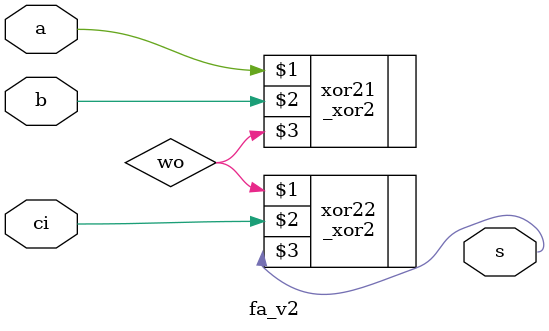
<source format=v>
module fa_v2(a,b,ci,s);
	input a,b,ci;
	output s;
	wire wo;
	
	_xor2 xor21(a,b,wo);
	_xor2 xor22(wo,ci,s); // s = a^b^ci
endmodule 
</source>
